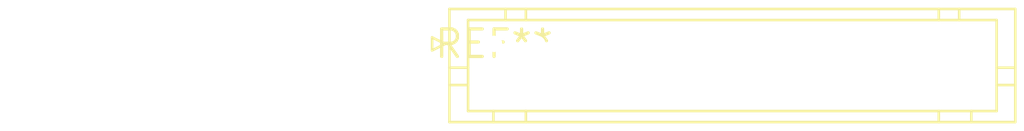
<source format=kicad_pcb>
(kicad_pcb (version 20240108) (generator pcbnew)
  (layers (0 "F.Cu" signal) (31 "B.Cu" signal) (34 "B.Paste" user) (35 "F.Paste" user) (36 "B.SilkS" user "B.Silkscreen") (37 "F.SilkS" user "F.Silkscreen") (38 "B.Mask" user) (39 "F.Mask" user) (44 "Edge.Cuts" user))
  (net 0 "")
  (footprint "JST_PHD_B24B-PHDSS_2x12_P2.00mm_Vertical" (layer "F.Cu") (at 0 0)
    (property "Reference" "REF**")
    (property "Value" "JST_PHD_B24B-PHDSS_2x12_P2.00mm_Vertical")
    (fp_line (start -2.86 -0.3) (end -2.26 0) (layer "F.SilkS") (stroke (width 0.12)))
    (fp_line (start -2.86 0.3) (end -2.86 -0.3) (layer "F.SilkS") (stroke (width 0.12)))
    (fp_line (start -2.26 0) (end -2.86 0.3) (layer "F.SilkS") (stroke (width 0.12)))
    (fp_line (start -2.06 -1.61) (end -2.06 3.61) (layer "F.SilkS") (stroke (width 0.12)))
    (fp_line (start -2.06 1.1) (end -1.2 1.1) (layer "F.SilkS") (stroke (width 0.12)))
    (fp_line (start -2.06 1.9) (end -1.2 1.9) (layer "F.SilkS") (stroke (width 0.12)))
    (fp_line (start -2.06 3.61) (end 24.06 3.61) (layer "F.SilkS") (stroke (width 0.12)))
    (fp_line (start -1.2 -1.1) (end -1.2 3.1) (layer "F.SilkS") (stroke (width 0.12)))
    (fp_line (start -1.2 3.1) (end 23.2 3.1) (layer "F.SilkS") (stroke (width 0.12)))
    (fp_line (start -0.03 3.61) (end -0.03 3.1) (layer "F.SilkS") (stroke (width 0.12)))
    (fp_line (start 0.53 -1.61) (end 0.53 -1.1) (layer "F.SilkS") (stroke (width 0.12)))
    (fp_line (start 1.47 -1.61) (end 1.47 -1.1) (layer "F.SilkS") (stroke (width 0.12)))
    (fp_line (start 1.47 3.61) (end 1.47 3.1) (layer "F.SilkS") (stroke (width 0.12)))
    (fp_line (start 20.53 -1.61) (end 20.53 -1.1) (layer "F.SilkS") (stroke (width 0.12)))
    (fp_line (start 20.53 3.61) (end 20.53 3.1) (layer "F.SilkS") (stroke (width 0.12)))
    (fp_line (start 21.47 -1.61) (end 21.47 -1.1) (layer "F.SilkS") (stroke (width 0.12)))
    (fp_line (start 22.03 3.61) (end 22.03 3.1) (layer "F.SilkS") (stroke (width 0.12)))
    (fp_line (start 23.2 -1.1) (end -1.2 -1.1) (layer "F.SilkS") (stroke (width 0.12)))
    (fp_line (start 23.2 3.1) (end 23.2 -1.1) (layer "F.SilkS") (stroke (width 0.12)))
    (fp_line (start 24.06 -1.61) (end -2.06 -1.61) (layer "F.SilkS") (stroke (width 0.12)))
    (fp_line (start 24.06 1.1) (end 23.2 1.1) (layer "F.SilkS") (stroke (width 0.12)))
    (fp_line (start 24.06 1.9) (end 23.2 1.9) (layer "F.SilkS") (stroke (width 0.12)))
    (fp_line (start 24.06 3.61) (end 24.06 -1.61) (layer "F.SilkS") (stroke (width 0.12)))
    (pad "1" thru_hole roundrect (at 0 0) (size 1.2 1.2) (drill 0.75) (layers *.Cu *.Mask) (remove_unused_layers) (roundrect_rratio 0.208333))
    (pad "2" thru_hole circle (at 0 2) (size 1.2 1.2) (drill 0.75) (layers *.Cu *.Mask) (remove_unused_layers))
    (pad "3" thru_hole circle (at 2 0) (size 1.2 1.2) (drill 0.75) (layers *.Cu *.Mask) (remove_unused_layers))
    (pad "4" thru_hole circle (at 2 2) (size 1.2 1.2) (drill 0.75) (layers *.Cu *.Mask) (remove_unused_layers))
    (pad "5" thru_hole circle (at 4 0) (size 1.2 1.2) (drill 0.75) (layers *.Cu *.Mask) (remove_unused_layers))
    (pad "6" thru_hole circle (at 4 2) (size 1.2 1.2) (drill 0.75) (layers *.Cu *.Mask) (remove_unused_layers))
    (pad "7" thru_hole circle (at 6 0) (size 1.2 1.2) (drill 0.75) (layers *.Cu *.Mask) (remove_unused_layers))
    (pad "8" thru_hole circle (at 6 2) (size 1.2 1.2) (drill 0.75) (layers *.Cu *.Mask) (remove_unused_layers))
    (pad "9" thru_hole circle (at 8 0) (size 1.2 1.2) (drill 0.75) (layers *.Cu *.Mask) (remove_unused_layers))
    (pad "10" thru_hole circle (at 8 2) (size 1.2 1.2) (drill 0.75) (layers *.Cu *.Mask) (remove_unused_layers))
    (pad "11" thru_hole circle (at 10 0) (size 1.2 1.2) (drill 0.75) (layers *.Cu *.Mask) (remove_unused_layers))
    (pad "12" thru_hole circle (at 10 2) (size 1.2 1.2) (drill 0.75) (layers *.Cu *.Mask) (remove_unused_layers))
    (pad "13" thru_hole circle (at 12 0) (size 1.2 1.2) (drill 0.75) (layers *.Cu *.Mask) (remove_unused_layers))
    (pad "14" thru_hole circle (at 12 2) (size 1.2 1.2) (drill 0.75) (layers *.Cu *.Mask) (remove_unused_layers))
    (pad "15" thru_hole circle (at 14 0) (size 1.2 1.2) (drill 0.75) (layers *.Cu *.Mask) (remove_unused_layers))
    (pad "16" thru_hole circle (at 14 2) (size 1.2 1.2) (drill 0.75) (layers *.Cu *.Mask) (remove_unused_layers))
    (pad "17" thru_hole circle (at 16 0) (size 1.2 1.2) (drill 0.75) (layers *.Cu *.Mask) (remove_unused_layers))
    (pad "18" thru_hole circle (at 16 2) (size 1.2 1.2) (drill 0.75) (layers *.Cu *.Mask) (remove_unused_layers))
    (pad "19" thru_hole circle (at 18 0) (size 1.2 1.2) (drill 0.75) (layers *.Cu *.Mask) (remove_unused_layers))
    (pad "20" thru_hole circle (at 18 2) (size 1.2 1.2) (drill 0.75) (layers *.Cu *.Mask) (remove_unused_layers))
    (pad "21" thru_hole circle (at 20 0) (size 1.2 1.2) (drill 0.75) (layers *.Cu *.Mask) (remove_unused_layers))
    (pad "22" thru_hole circle (at 20 2) (size 1.2 1.2) (drill 0.75) (layers *.Cu *.Mask) (remove_unused_layers))
    (pad "23" thru_hole circle (at 22 0) (size 1.2 1.2) (drill 0.75) (layers *.Cu *.Mask) (remove_unused_layers))
    (pad "24" thru_hole circle (at 22 2) (size 1.2 1.2) (drill 0.75) (layers *.Cu *.Mask) (remove_unused_layers))
  )
)
</source>
